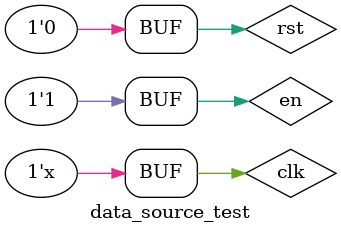
<source format=v>
`timescale 1ns / 1ps


module data_source_test(

    );
	
reg		clk;
reg		rst;
reg		en;
wire	[13:0]xn;
wire	[13:0]dn;
wire	ap_start;

initial begin
	clk=0;
	rst=1;
	en=0;
	#20 rst=0;
	#20 en=1;
end
always #5 clk=~clk;
	

data_source uut(
	.clk(clk),
	.rst(rst),
	.en(en),
	.xn(xn),
	.dn(dn),
	.ap_start(ap_start)
    );	
endmodule

</source>
